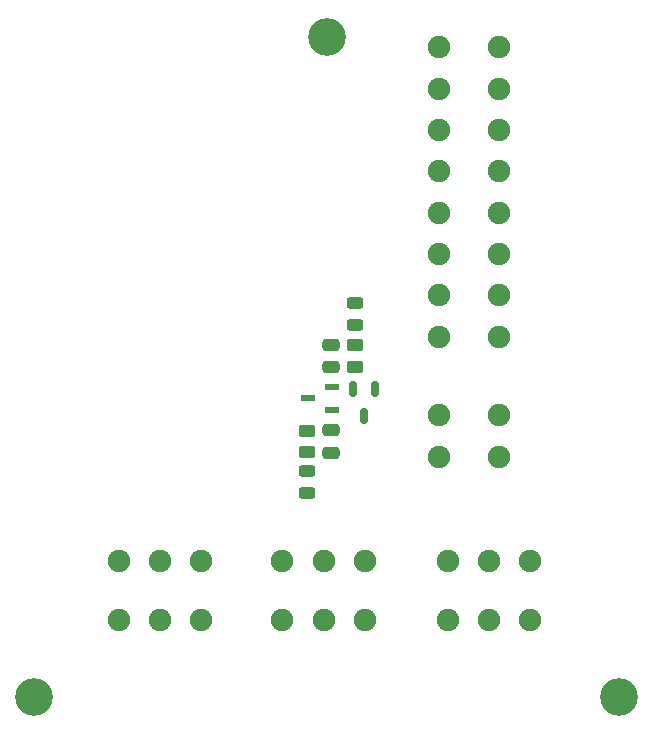
<source format=gts>
G04 #@! TF.GenerationSoftware,KiCad,Pcbnew,9.0.0*
G04 #@! TF.CreationDate,2025-02-28T23:18:11-08:00*
G04 #@! TF.ProjectId,Constellation STAR LAF V1.1,436f6e73-7465-46c6-9c61-74696f6e2053,rev?*
G04 #@! TF.SameCoordinates,Original*
G04 #@! TF.FileFunction,Soldermask,Top*
G04 #@! TF.FilePolarity,Negative*
%FSLAX46Y46*%
G04 Gerber Fmt 4.6, Leading zero omitted, Abs format (unit mm)*
G04 Created by KiCad (PCBNEW 9.0.0) date 2025-02-28 23:18:11*
%MOMM*%
%LPD*%
G01*
G04 APERTURE LIST*
G04 Aperture macros list*
%AMRoundRect*
0 Rectangle with rounded corners*
0 $1 Rounding radius*
0 $2 $3 $4 $5 $6 $7 $8 $9 X,Y pos of 4 corners*
0 Add a 4 corners polygon primitive as box body*
4,1,4,$2,$3,$4,$5,$6,$7,$8,$9,$2,$3,0*
0 Add four circle primitives for the rounded corners*
1,1,$1+$1,$2,$3*
1,1,$1+$1,$4,$5*
1,1,$1+$1,$6,$7*
1,1,$1+$1,$8,$9*
0 Add four rect primitives between the rounded corners*
20,1,$1+$1,$2,$3,$4,$5,0*
20,1,$1+$1,$4,$5,$6,$7,0*
20,1,$1+$1,$6,$7,$8,$9,0*
20,1,$1+$1,$8,$9,$2,$3,0*%
G04 Aperture macros list end*
%ADD10C,3.200000*%
%ADD11C,1.900000*%
%ADD12RoundRect,0.250000X0.450000X-0.262500X0.450000X0.262500X-0.450000X0.262500X-0.450000X-0.262500X0*%
%ADD13R,1.250000X0.600000*%
%ADD14RoundRect,0.250000X0.475000X-0.250000X0.475000X0.250000X-0.475000X0.250000X-0.475000X-0.250000X0*%
%ADD15RoundRect,0.250000X-0.450000X0.262500X-0.450000X-0.262500X0.450000X-0.262500X0.450000X0.262500X0*%
%ADD16RoundRect,0.243750X-0.456250X0.243750X-0.456250X-0.243750X0.456250X-0.243750X0.456250X0.243750X0*%
%ADD17RoundRect,0.243750X0.456250X-0.243750X0.456250X0.243750X-0.456250X0.243750X-0.456250X-0.243750X0*%
%ADD18RoundRect,0.150000X-0.150000X0.512500X-0.150000X-0.512500X0.150000X-0.512500X0.150000X0.512500X0*%
%ADD19RoundRect,0.250000X-0.475000X0.250000X-0.475000X-0.250000X0.475000X-0.250000X0.475000X0.250000X0*%
G04 APERTURE END LIST*
D10*
X78740000Y-85090000D03*
D11*
X63500000Y-64770000D03*
X68500000Y-64770000D03*
X63500000Y-61270000D03*
X68500000Y-61270000D03*
X64195000Y-73580000D03*
X64195000Y-78580000D03*
X67695000Y-73580000D03*
X67695000Y-78580000D03*
X71195001Y-73580000D03*
X71195001Y-78580000D03*
D12*
X56360000Y-57154999D03*
X56360000Y-55329999D03*
D13*
X54430000Y-60780000D03*
X54430000Y-58880000D03*
X52329999Y-59830000D03*
D14*
X54329999Y-57179999D03*
X54329999Y-55280001D03*
D10*
X29210000Y-85090000D03*
D15*
X52279999Y-62567499D03*
X52279999Y-64392499D03*
D16*
X56360000Y-51754998D03*
X56360000Y-53630000D03*
D11*
X36350000Y-73580000D03*
X36350000Y-78580000D03*
X39850000Y-73580000D03*
X39850000Y-78580000D03*
X43350001Y-73580000D03*
X43350001Y-78580000D03*
D17*
X52279999Y-67867500D03*
X52279999Y-65992498D03*
D18*
X58079998Y-59012500D03*
X56180000Y-59012500D03*
X57129999Y-61287500D03*
D11*
X63500000Y-54610000D03*
X68500000Y-54610000D03*
X63500000Y-51110000D03*
X68499999Y-51109999D03*
X63500000Y-47609998D03*
X68500000Y-47609998D03*
X63500000Y-44109997D03*
X68500000Y-44109997D03*
X63500000Y-40609997D03*
X68500000Y-40609997D03*
X63500000Y-37109997D03*
X68500000Y-37109997D03*
X63500000Y-33609996D03*
X68500000Y-33609996D03*
X63500000Y-30109995D03*
X68500000Y-30109995D03*
D19*
X54279999Y-62530000D03*
X54279999Y-64429998D03*
D11*
X50190000Y-73580000D03*
X50190000Y-78580000D03*
X53690000Y-73580000D03*
X53690000Y-78580000D03*
X57190001Y-73580000D03*
X57190001Y-78580000D03*
D10*
X53975000Y-29210000D03*
M02*

</source>
